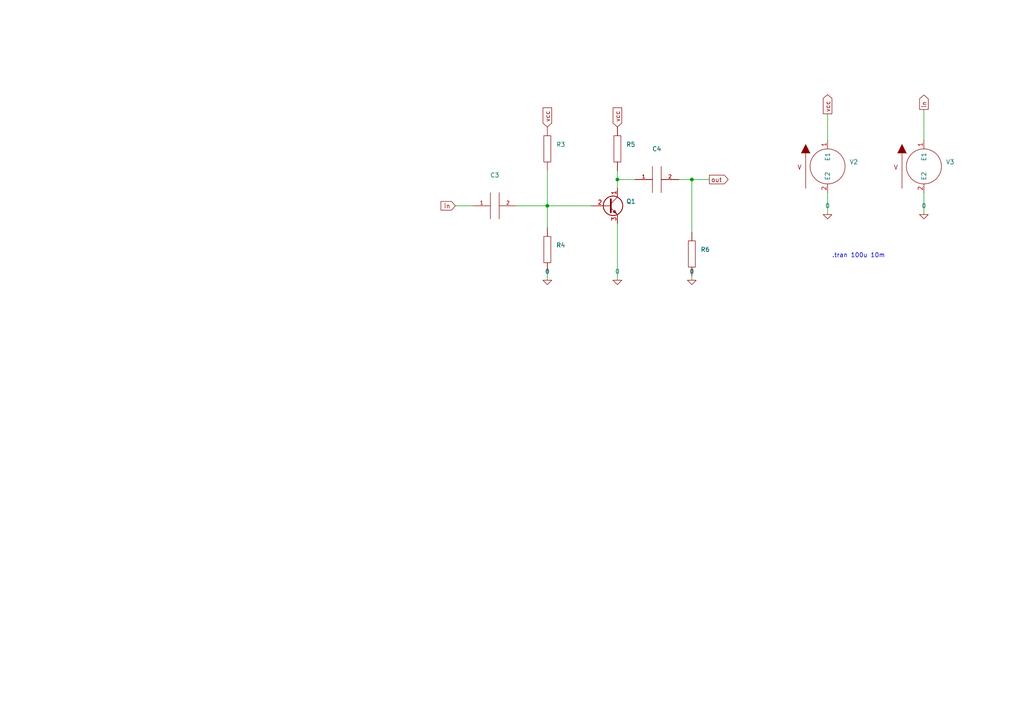
<source format=kicad_sch>
(kicad_sch (version 20211123) (generator eeschema)
  (paper "A4")
  (lib_symbols
    (symbol "Transistor_BJT:BC546" (pin_names (offset 0) hide)
      (property "Reference" "Q" (at 5.08 1.905 0))
      (property "Value" "BC546" (at 5.08 0 0))
      (symbol "BC546_0_1"
        (polyline (pts (xy 0 0) (xy 0.635 0)))
        (polyline (pts (xy 0.635 0.635) (xy 2.54 2.54)))
        (polyline (pts (xy 0.635 -0.635) (xy 2.54 -2.54) (xy 2.54 -2.54)))
        (polyline (pts (xy 0.635 1.905) (xy 0.635 -1.905) (xy 0.635 -1.905)) (stroke (width 0.508)))
        (polyline (pts (xy 1.27 -1.778) (xy 1.778 -1.27) (xy 2.286 -2.286) (xy 1.27 -1.778) (xy 1.27 -1.778)) (fill (type outline)))
        (circle (center 1.27 0) (radius 2.8194) (stroke (width 0.254)))
      )
      (symbol "BC546_1_1"
        (pin passive line (at 2.54 5.08 270) (length 2.54) (name "C") (number "1"))
        (pin input line (at -5.08 0 0) (length 5.08) (name "B") (number "2"))
        (pin passive line (at 2.54 -5.08 90) (length 2.54) (name "E") (number "3"))
      )
    )
    (symbol "pspice:0" (power) (pin_names (offset 0))
      (property "Value" "0" (at 0 -1.778 0))
      (symbol "0_0_1"
        (polyline (pts (xy -1.27 0) (xy 0 -1.27) (xy 1.27 0) (xy -1.27 0)))
      )
      (symbol "0_1_1"
        (pin power_in line (at 0 0 0) (length 0) hide (name "0") (number "1"))
      )
    )
    (symbol "pspice:C" (pin_names (offset 0.254))
      (property "Reference" "C" (at 2.54 3.81 90))
      (property "Value" "C" (at 2.54 -3.81 90))
      (symbol "C_0_1"
        (polyline (pts (xy -3.81 -1.27) (xy 3.81 -1.27)))
        (polyline (pts (xy -3.81 1.27) (xy 3.81 1.27)))
      )
      (symbol "C_1_1"
        (pin passive line (at 0 6.35 270) (length 5.08) (name "~") (number "1"))
        (pin passive line (at 0 -6.35 90) (length 5.08) (name "~") (number "2"))
      )
    )
    (symbol "pspice:R" (pin_numbers hide) (pin_names (offset 0))
      (property "Reference" "R" (at 2.032 0 90))
      (property "Value" "R" (at 0 0 90))
      (symbol "R_0_1"
        (rectangle (start -1.016 3.81) (end 1.016 -3.81))
      )
      (symbol "R_1_1"
        (pin passive line (at 0 6.35 270) (length 2.54) (name "~") (number "1"))
        (pin passive line (at 0 -6.35 90) (length 2.54) (name "~") (number "2"))
      )
    )
    (symbol "pspice:VSOURCE" (pin_names (offset 1.016))
      (property "Reference" "V" (at -6.35 7.62 0))
      (property "Value" "VSOURCE" (at 0 0 0))
      (symbol "VSOURCE_0_1"
        (polyline (pts (xy -6.35 -6.35) (xy -6.35 3.81)) (fill (type outline)))
        (polyline (pts (xy -7.62 3.81) (xy -6.35 6.35) (xy -5.08 3.81)) (fill (type outline)))
        (circle (center 0 0) (radius 5.08))
        (text "V" (at -8.128 -0.254 0) (effects (font (size 1.27 1.27))))
      )
      (symbol "VSOURCE_1_1"
        (pin input line (at 0 7.62 270) (length 2.54) (name "E1") (number "1"))
        (pin input line (at 0 -7.62 90) (length 2.54) (name "E2") (number "2"))
      )
    )
  )
  (junction (at 179.07 52.07))
  (junction (at 158.75 59.69))
  (junction (at 200.66 52.07))
  (wire (pts (xy 240.03 55.88) (xy 240.03 62.23)))
  (wire (pts (xy 158.75 59.69) (xy 158.75 49.53)))
  (wire (pts (xy 200.66 52.07) (xy 205.74 52.07)))
  (wire (pts (xy 158.75 81.28) (xy 158.75 78.74)))
  (wire (pts (xy 240.03 33.02) (xy 240.03 40.64)))
  (wire (pts (xy 158.75 59.69) (xy 171.45 59.69)))
  (wire (pts (xy 200.66 81.28) (xy 200.66 80.01)))
  (wire (pts (xy 149.86 59.69) (xy 158.75 59.69)))
  (wire (pts (xy 158.75 59.69) (xy 158.75 66.04)))
  (wire (pts (xy 200.66 67.31) (xy 200.66 52.07)))
  (wire (pts (xy 179.07 49.53) (xy 179.07 52.07)))
  (wire (pts (xy 179.07 52.07) (xy 184.15 52.07)))
  (wire (pts (xy 132.08 59.69) (xy 137.16 59.69)))
  (wire (pts (xy 200.66 52.07) (xy 196.85 52.07)))
  (wire (pts (xy 267.97 55.88) (xy 267.97 62.23)))
  (wire (pts (xy 267.97 31.75) (xy 267.97 40.64)))
  (wire (pts (xy 179.07 64.77) (xy 179.07 81.28)))
  (wire (pts (xy 179.07 52.07) (xy 179.07 54.61)))
  (text ".tran 100u 10m\n" (at 241.3 74.93 0) (effects (font (size 1.27 1.27)) (justify left bottom)))
  (global_label "in" (shape input) (at 132.08 59.69 180) (property "Odnośniki między arkuszami" "${INTERSHEET_REFS}" (effects hide)))
  (global_label "vcc" (shape input) (at 179.07 36.83 90) (property "Odnośniki między arkuszami" "${INTERSHEET_REFS}" (effects hide)))
  (global_label "vcc" (shape output) (at 240.03 33.02 90) (property "Odnośniki między arkuszami" "${INTERSHEET_REFS}" (effects hide)))
  (global_label "in" (shape output) (at 267.97 31.75 90) (property "Odnośniki między arkuszami" "${INTERSHEET_REFS}" (effects hide)))
  (global_label "vcc" (shape input) (at 158.75 36.83 90) (property "Odnośniki między arkuszami" "${INTERSHEET_REFS}" (effects hide)))
  (global_label "out" (shape output) (at 205.74 52.07 0) (property "Odnośniki między arkuszami" "${INTERSHEET_REFS}" (effects hide)))
  (symbol (lib_id "pspice:R") (at 158.75 72.39 0) (unit 1)
    (property "Reference" "R4" (at 161.29 71.1199 0) (effects (justify left)))
  )
  (symbol (lib_id "pspice:0") (at 179.07 81.28 0) (unit 1)
    (property "Reference" "#GND?" (effects hide))
  )
  (symbol (lib_id "pspice:R") (at 179.07 43.18 0) (unit 1)
    (property "Reference" "R5" (at 181.61 41.9099 0) (effects (justify left)))
  )
  (symbol (lib_id "pspice:0") (at 158.75 81.28 0) (unit 1)
    (property "Reference" "#GND01" (effects hide))
  )
  (symbol (lib_id "pspice:C") (at 190.5 52.07 90) (unit 1)
    (property "Reference" "C4" (at 190.5 43.18 90))
  )
  (symbol (lib_id "Transistor_BJT:BC546") (at 176.53 59.69 0) (unit 1)
    (property "Reference" "Q1" (at 181.61 58.4199 0) (effects (justify left)))
    (property "Datasheet" "https://www.onsemi.com/pub/Collateral/BC550-D.pdf" (effects hide))
    (property "Spice_Primitive" "Q" (effects hide))
    (property "Spice_Model" "BC546" (effects hide))
    (property "Spice_Netlist_Enabled" "Y" (effects hide))
    (property "Spice_Lib_File" "libs/pspice/BJTN.LIB" (effects hide))
  )
  (symbol (lib_id "pspice:VSOURCE") (at 267.97 48.26 0) (unit 1)
    (property "Reference" "V3" (at 274.32 46.9899 0) (effects (justify left)))
  )
  (symbol (lib_id "pspice:0") (at 240.03 62.23 0) (unit 1)
    (property "Reference" "#GND04" (effects hide))
  )
  (symbol (lib_id "pspice:R") (at 158.75 43.18 0) (unit 1)
    (property "Reference" "R3" (at 161.29 41.9099 0) (effects (justify left)))
  )
  (symbol (lib_id "pspice:R") (at 200.66 73.66 0) (unit 1)
    (property "Reference" "R6" (at 203.2 72.3899 0) (effects (justify left)))
  )
  (symbol (lib_id "pspice:0") (at 267.97 62.23 0) (unit 1)
    (property "Reference" "#GND05" (effects hide))
  )
  (symbol (lib_id "pspice:VSOURCE") (at 240.03 48.26 0) (unit 1)
    (property "Reference" "V2" (at 246.38 46.9899 0) (effects (justify left)))
  )
  (symbol (lib_id "pspice:0") (at 200.66 81.28 0) (unit 1)
    (property "Reference" "#GND?" (effects hide))
  )
  (symbol (lib_id "pspice:C") (at 143.51 59.69 90) (unit 1)
    (property "Reference" "C3" (at 143.51 50.8 90))
  )
)
</source>
